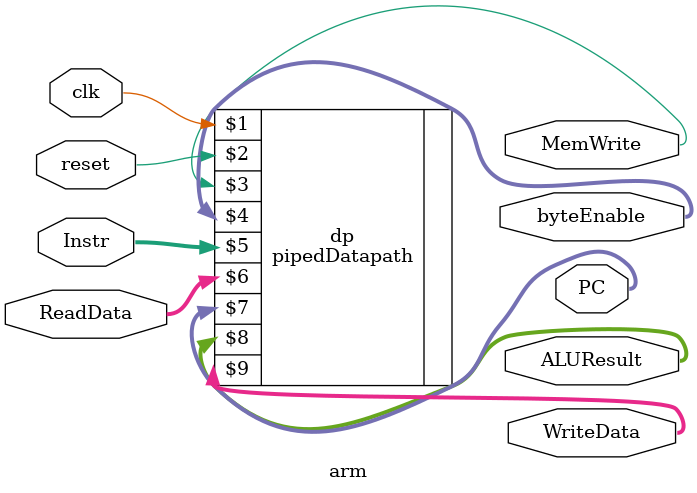
<source format=sv>
module arm(	input logic clk, reset,
		output logic [31:0] PC,
		input logic [31:0] Instr,
		output logic [3:0] byteEnable,
		output logic MemWrite,
		output logic [31:0] ALUResult, WriteData,
		input logic [31:0] ReadData
	);

// 	logic [3:0] ALUFlags;
// 	logic [3:0] StatusRegister;
// 	logic RegWrite, ALUSrc, MemtoReg, PCSrc;
// 	logic [1:0] RegSrc, ImmSrc;
// 	logic [3:0] ALUControl;
// 	logic branch_link;
	// add byteEnable as output of controller later

// 	controller c(clk, reset, Instr[31:12], Instr[11:0], ALUFlags, StatusRegister,
// 			RegSrc, RegWrite, ImmSrc, ALUSrc, ALUControl,
// 			MemWrite, MemtoReg, PCSrc, byteEnable, branch_link);

// 	datapath dp(clk, reset, 
// 			RegSrc, RegWrite, ImmSrc, ALUSrc, ALUControl,
// 			MemtoReg, PCSrc, ALUFlags, StatusRegister, PC, Instr, ALUResult,
// 			WriteData, ReadData, branch_link);

	pipedDatapath dp(clk, reset, MemWrite, byteEnable, Instr, ReadData, PC, ALUResult, WriteData);
	
endmodule

</source>
